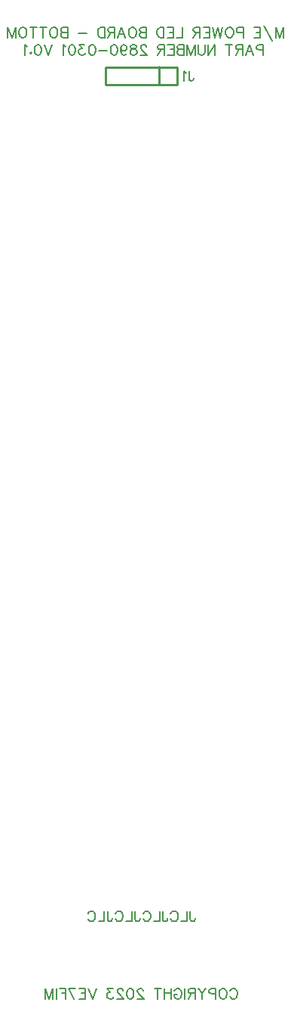
<source format=gbo>
G04 Layer: BottomSilkscreenLayer*
G04 EasyEDA v6.5.29, 2023-07-18 11:35:47*
G04 afcbc65135b8487390061542234f1994,5a6b42c53f6a479593ecc07194224c93,10*
G04 Gerber Generator version 0.2*
G04 Scale: 100 percent, Rotated: No, Reflected: No *
G04 Dimensions in millimeters *
G04 leading zeros omitted , absolute positions ,4 integer and 5 decimal *
%FSLAX45Y45*%
%MOMM*%

%ADD10C,0.2032*%
%ADD11C,0.1524*%
%ADD12C,0.2540*%

%LPD*%
D10*
X62682Y-3478260D02*
G01*
X68138Y-3467351D01*
X79047Y-3456442D01*
X89954Y-3450988D01*
X111772Y-3450988D01*
X122681Y-3456442D01*
X133591Y-3467351D01*
X139047Y-3478260D01*
X144500Y-3494623D01*
X144500Y-3521895D01*
X139047Y-3538260D01*
X133591Y-3549169D01*
X122681Y-3560079D01*
X111772Y-3565532D01*
X89954Y-3565532D01*
X79047Y-3560079D01*
X68138Y-3549169D01*
X62682Y-3538260D01*
X-6045Y-3450988D02*
G01*
X4864Y-3456442D01*
X15773Y-3467351D01*
X21229Y-3478260D01*
X26682Y-3494623D01*
X26682Y-3521895D01*
X21229Y-3538260D01*
X15773Y-3549169D01*
X4864Y-3560079D01*
X-6045Y-3565532D01*
X-27863Y-3565532D01*
X-38770Y-3560079D01*
X-49679Y-3549169D01*
X-55135Y-3538260D01*
X-60589Y-3521895D01*
X-60589Y-3494623D01*
X-55135Y-3478260D01*
X-49679Y-3467351D01*
X-38770Y-3456442D01*
X-27863Y-3450988D01*
X-6045Y-3450988D01*
X-96588Y-3450988D02*
G01*
X-96588Y-3565532D01*
X-96588Y-3450988D02*
G01*
X-145681Y-3450988D01*
X-162044Y-3456442D01*
X-167497Y-3461895D01*
X-172953Y-3472804D01*
X-172953Y-3489170D01*
X-167497Y-3500079D01*
X-162044Y-3505532D01*
X-145681Y-3510988D01*
X-96588Y-3510988D01*
X-208953Y-3450988D02*
G01*
X-252590Y-3505532D01*
X-252590Y-3565532D01*
X-296224Y-3450988D02*
G01*
X-252590Y-3505532D01*
X-332226Y-3450988D02*
G01*
X-332226Y-3565532D01*
X-332226Y-3450988D02*
G01*
X-381317Y-3450988D01*
X-397680Y-3456442D01*
X-403133Y-3461895D01*
X-408589Y-3472804D01*
X-408589Y-3483714D01*
X-403133Y-3494623D01*
X-397680Y-3500079D01*
X-381317Y-3505532D01*
X-332226Y-3505532D01*
X-370408Y-3505532D02*
G01*
X-408589Y-3565532D01*
X-444588Y-3450988D02*
G01*
X-444588Y-3565532D01*
X-562406Y-3478260D02*
G01*
X-556953Y-3467351D01*
X-546044Y-3456442D01*
X-535134Y-3450988D01*
X-513316Y-3450988D01*
X-502406Y-3456442D01*
X-491497Y-3467351D01*
X-486044Y-3478260D01*
X-480588Y-3494623D01*
X-480588Y-3521895D01*
X-486044Y-3538260D01*
X-491497Y-3549169D01*
X-502406Y-3560079D01*
X-513316Y-3565532D01*
X-535134Y-3565532D01*
X-546044Y-3560079D01*
X-556953Y-3549169D01*
X-562406Y-3538260D01*
X-562406Y-3521895D01*
X-535134Y-3521895D02*
G01*
X-562406Y-3521895D01*
X-598406Y-3450988D02*
G01*
X-598406Y-3565532D01*
X-674771Y-3450988D02*
G01*
X-674771Y-3565532D01*
X-598406Y-3505532D02*
G01*
X-674771Y-3505532D01*
X-748952Y-3450988D02*
G01*
X-748952Y-3565532D01*
X-710770Y-3450988D02*
G01*
X-787133Y-3450988D01*
X-912588Y-3478260D02*
G01*
X-912588Y-3472804D01*
X-918042Y-3461895D01*
X-923498Y-3456442D01*
X-934407Y-3450988D01*
X-956223Y-3450988D01*
X-967132Y-3456442D01*
X-972588Y-3461895D01*
X-978042Y-3472804D01*
X-978042Y-3483714D01*
X-972588Y-3494623D01*
X-961679Y-3510988D01*
X-907133Y-3565532D01*
X-983498Y-3565532D01*
X-1052225Y-3450988D02*
G01*
X-1035860Y-3456442D01*
X-1024950Y-3472804D01*
X-1019497Y-3500079D01*
X-1019497Y-3516442D01*
X-1024950Y-3543714D01*
X-1035860Y-3560079D01*
X-1052225Y-3565532D01*
X-1063132Y-3565532D01*
X-1079497Y-3560079D01*
X-1090406Y-3543714D01*
X-1095860Y-3516442D01*
X-1095860Y-3500079D01*
X-1090406Y-3472804D01*
X-1079497Y-3456442D01*
X-1063132Y-3450988D01*
X-1052225Y-3450988D01*
X-1137315Y-3478260D02*
G01*
X-1137315Y-3472804D01*
X-1142768Y-3461895D01*
X-1148224Y-3456442D01*
X-1159134Y-3450988D01*
X-1180950Y-3450988D01*
X-1191859Y-3456442D01*
X-1197315Y-3461895D01*
X-1202768Y-3472804D01*
X-1202768Y-3483714D01*
X-1197315Y-3494623D01*
X-1186406Y-3510988D01*
X-1131859Y-3565532D01*
X-1208224Y-3565532D01*
X-1255133Y-3450988D02*
G01*
X-1315133Y-3450988D01*
X-1282405Y-3494623D01*
X-1298768Y-3494623D01*
X-1309677Y-3500079D01*
X-1315133Y-3505532D01*
X-1320586Y-3521895D01*
X-1320586Y-3532804D01*
X-1315133Y-3549169D01*
X-1304223Y-3560079D01*
X-1287861Y-3565532D01*
X-1271496Y-3565532D01*
X-1255133Y-3560079D01*
X-1249677Y-3554623D01*
X-1244224Y-3543714D01*
X-1440586Y-3450988D02*
G01*
X-1484223Y-3565532D01*
X-1527860Y-3450988D02*
G01*
X-1484223Y-3565532D01*
X-1563860Y-3450988D02*
G01*
X-1563860Y-3565532D01*
X-1563860Y-3450988D02*
G01*
X-1634769Y-3450988D01*
X-1563860Y-3505532D02*
G01*
X-1607494Y-3505532D01*
X-1563860Y-3565532D02*
G01*
X-1634769Y-3565532D01*
X-1747131Y-3450988D02*
G01*
X-1692587Y-3565532D01*
X-1670768Y-3450988D02*
G01*
X-1747131Y-3450988D01*
X-1783130Y-3450988D02*
G01*
X-1783130Y-3565532D01*
X-1783130Y-3450988D02*
G01*
X-1854039Y-3450988D01*
X-1783130Y-3505532D02*
G01*
X-1826768Y-3505532D01*
X-1890041Y-3450988D02*
G01*
X-1890041Y-3565532D01*
X-1926041Y-3450988D02*
G01*
X-1926041Y-3565532D01*
X-1926041Y-3450988D02*
G01*
X-1969676Y-3565532D01*
X-2013313Y-3450988D02*
G01*
X-1969676Y-3565532D01*
X-2013313Y-3450988D02*
G01*
X-2013313Y-3565532D01*
X-384809Y-2583942D02*
G01*
X-384809Y-2671317D01*
X-379221Y-2687573D01*
X-373887Y-2693161D01*
X-362965Y-2698495D01*
X-352043Y-2698495D01*
X-341121Y-2693161D01*
X-335534Y-2687573D01*
X-330200Y-2671317D01*
X-330200Y-2660395D01*
X-420623Y-2583942D02*
G01*
X-420623Y-2698495D01*
X-420623Y-2698495D02*
G01*
X-486155Y-2698495D01*
X-604011Y-2611373D02*
G01*
X-598677Y-2600451D01*
X-587755Y-2589529D01*
X-576834Y-2583942D01*
X-554989Y-2583942D01*
X-544068Y-2589529D01*
X-533145Y-2600451D01*
X-527557Y-2611373D01*
X-522223Y-2627629D01*
X-522223Y-2654807D01*
X-527557Y-2671317D01*
X-533145Y-2682239D01*
X-544068Y-2693161D01*
X-554989Y-2698495D01*
X-576834Y-2698495D01*
X-587755Y-2693161D01*
X-598677Y-2682239D01*
X-604011Y-2671317D01*
X-694436Y-2583942D02*
G01*
X-694436Y-2671317D01*
X-689102Y-2687573D01*
X-683768Y-2693161D01*
X-672845Y-2698495D01*
X-661923Y-2698495D01*
X-651002Y-2693161D01*
X-645413Y-2687573D01*
X-640079Y-2671317D01*
X-640079Y-2660395D01*
X-730503Y-2583942D02*
G01*
X-730503Y-2698495D01*
X-730503Y-2698495D02*
G01*
X-796036Y-2698495D01*
X-913891Y-2611373D02*
G01*
X-908303Y-2600451D01*
X-897381Y-2589529D01*
X-886459Y-2583942D01*
X-864869Y-2583942D01*
X-853947Y-2589529D01*
X-843025Y-2600451D01*
X-837437Y-2611373D01*
X-832103Y-2627629D01*
X-832103Y-2654807D01*
X-837437Y-2671317D01*
X-843025Y-2682239D01*
X-853947Y-2693161D01*
X-864869Y-2698495D01*
X-886459Y-2698495D01*
X-897381Y-2693161D01*
X-908303Y-2682239D01*
X-913891Y-2671317D01*
X-1004315Y-2583942D02*
G01*
X-1004315Y-2671317D01*
X-998981Y-2687573D01*
X-993393Y-2693161D01*
X-982471Y-2698495D01*
X-971550Y-2698495D01*
X-960627Y-2693161D01*
X-955293Y-2687573D01*
X-949959Y-2671317D01*
X-949959Y-2660395D01*
X-1040384Y-2583942D02*
G01*
X-1040384Y-2698495D01*
X-1040384Y-2698495D02*
G01*
X-1105915Y-2698495D01*
X-1223771Y-2611373D02*
G01*
X-1218184Y-2600451D01*
X-1207261Y-2589529D01*
X-1196339Y-2583942D01*
X-1174495Y-2583942D01*
X-1163573Y-2589529D01*
X-1152652Y-2600451D01*
X-1147318Y-2611373D01*
X-1141729Y-2627629D01*
X-1141729Y-2654807D01*
X-1147318Y-2671317D01*
X-1152652Y-2682239D01*
X-1163573Y-2693161D01*
X-1174495Y-2698495D01*
X-1196339Y-2698495D01*
X-1207261Y-2693161D01*
X-1218184Y-2682239D01*
X-1223771Y-2671317D01*
X-1314195Y-2583942D02*
G01*
X-1314195Y-2671317D01*
X-1308861Y-2687573D01*
X-1303273Y-2693161D01*
X-1292352Y-2698495D01*
X-1281429Y-2698495D01*
X-1270507Y-2693161D01*
X-1265173Y-2687573D01*
X-1259586Y-2671317D01*
X-1259586Y-2660395D01*
X-1350263Y-2583942D02*
G01*
X-1350263Y-2698495D01*
X-1350263Y-2698495D02*
G01*
X-1415541Y-2698495D01*
X-1533397Y-2611373D02*
G01*
X-1528063Y-2600451D01*
X-1517141Y-2589529D01*
X-1506219Y-2583942D01*
X-1484375Y-2583942D01*
X-1473453Y-2589529D01*
X-1462531Y-2600451D01*
X-1457197Y-2611373D01*
X-1451609Y-2627629D01*
X-1451609Y-2654807D01*
X-1457197Y-2671317D01*
X-1462531Y-2682239D01*
X-1473453Y-2693161D01*
X-1484375Y-2698495D01*
X-1506219Y-2698495D01*
X-1517141Y-2693161D01*
X-1528063Y-2682239D01*
X-1533397Y-2671317D01*
X660400Y7309289D02*
G01*
X660400Y7194745D01*
X660400Y7309289D02*
G01*
X616762Y7194745D01*
X573128Y7309289D02*
G01*
X616762Y7194745D01*
X573128Y7309289D02*
G01*
X573128Y7194745D01*
X438945Y7331108D02*
G01*
X537128Y7156564D01*
X402945Y7309289D02*
G01*
X402945Y7194745D01*
X402945Y7309289D02*
G01*
X332036Y7309289D01*
X402945Y7254745D02*
G01*
X359310Y7254745D01*
X402945Y7194745D02*
G01*
X332036Y7194745D01*
X212036Y7309289D02*
G01*
X212036Y7194745D01*
X212036Y7309289D02*
G01*
X162946Y7309289D01*
X146583Y7303836D01*
X141127Y7298382D01*
X135674Y7287473D01*
X135674Y7271108D01*
X141127Y7260198D01*
X146583Y7254745D01*
X162946Y7249289D01*
X212036Y7249289D01*
X66946Y7309289D02*
G01*
X77856Y7303836D01*
X88765Y7292926D01*
X94218Y7282017D01*
X99674Y7265654D01*
X99674Y7238382D01*
X94218Y7222017D01*
X88765Y7211108D01*
X77856Y7200198D01*
X66946Y7194745D01*
X45128Y7194745D01*
X34218Y7200198D01*
X23309Y7211108D01*
X17856Y7222017D01*
X12400Y7238382D01*
X12400Y7265654D01*
X17856Y7282017D01*
X23309Y7292926D01*
X34218Y7303836D01*
X45128Y7309289D01*
X66946Y7309289D01*
X-23599Y7309289D02*
G01*
X-50871Y7194745D01*
X-78143Y7309289D02*
G01*
X-50871Y7194745D01*
X-78143Y7309289D02*
G01*
X-105417Y7194745D01*
X-132689Y7309289D02*
G01*
X-105417Y7194745D01*
X-168689Y7309289D02*
G01*
X-168689Y7194745D01*
X-168689Y7309289D02*
G01*
X-239598Y7309289D01*
X-168689Y7254745D02*
G01*
X-212326Y7254745D01*
X-168689Y7194745D02*
G01*
X-239598Y7194745D01*
X-275597Y7309289D02*
G01*
X-275597Y7194745D01*
X-275597Y7309289D02*
G01*
X-324688Y7309289D01*
X-341053Y7303836D01*
X-346506Y7298382D01*
X-351962Y7287473D01*
X-351962Y7276564D01*
X-346506Y7265654D01*
X-341053Y7260198D01*
X-324688Y7254745D01*
X-275597Y7254745D01*
X-313778Y7254745D02*
G01*
X-351962Y7194745D01*
X-471962Y7309289D02*
G01*
X-471962Y7194745D01*
X-471962Y7194745D02*
G01*
X-537415Y7194745D01*
X-573415Y7309289D02*
G01*
X-573415Y7194745D01*
X-573415Y7309289D02*
G01*
X-644324Y7309289D01*
X-573415Y7254745D02*
G01*
X-617052Y7254745D01*
X-573415Y7194745D02*
G01*
X-644324Y7194745D01*
X-680323Y7309289D02*
G01*
X-680323Y7194745D01*
X-680323Y7309289D02*
G01*
X-718507Y7309289D01*
X-734870Y7303836D01*
X-745779Y7292926D01*
X-751232Y7282017D01*
X-756688Y7265654D01*
X-756688Y7238382D01*
X-751232Y7222017D01*
X-745779Y7211108D01*
X-734870Y7200198D01*
X-718507Y7194745D01*
X-680323Y7194745D01*
X-876688Y7309289D02*
G01*
X-876688Y7194745D01*
X-876688Y7309289D02*
G01*
X-925779Y7309289D01*
X-942141Y7303836D01*
X-947597Y7298382D01*
X-953051Y7287473D01*
X-953051Y7276564D01*
X-947597Y7265654D01*
X-942141Y7260198D01*
X-925779Y7254745D01*
X-876688Y7254745D02*
G01*
X-925779Y7254745D01*
X-942141Y7249289D01*
X-947597Y7243836D01*
X-953051Y7232926D01*
X-953051Y7216564D01*
X-947597Y7205654D01*
X-942141Y7200198D01*
X-925779Y7194745D01*
X-876688Y7194745D01*
X-1021778Y7309289D02*
G01*
X-1010869Y7303836D01*
X-999959Y7292926D01*
X-994506Y7282017D01*
X-989050Y7265654D01*
X-989050Y7238382D01*
X-994506Y7222017D01*
X-999959Y7211108D01*
X-1010869Y7200198D01*
X-1021778Y7194745D01*
X-1043597Y7194745D01*
X-1054506Y7200198D01*
X-1065415Y7211108D01*
X-1070869Y7222017D01*
X-1076325Y7238382D01*
X-1076325Y7265654D01*
X-1070869Y7282017D01*
X-1065415Y7292926D01*
X-1054506Y7303836D01*
X-1043597Y7309289D01*
X-1021778Y7309289D01*
X-1155959Y7309289D02*
G01*
X-1112324Y7194745D01*
X-1155959Y7309289D02*
G01*
X-1199596Y7194745D01*
X-1128687Y7232926D02*
G01*
X-1183233Y7232926D01*
X-1235595Y7309289D02*
G01*
X-1235595Y7194745D01*
X-1235595Y7309289D02*
G01*
X-1284686Y7309289D01*
X-1301051Y7303836D01*
X-1306504Y7298382D01*
X-1311960Y7287473D01*
X-1311960Y7276564D01*
X-1306504Y7265654D01*
X-1301051Y7260198D01*
X-1284686Y7254745D01*
X-1235595Y7254745D01*
X-1273776Y7254745D02*
G01*
X-1311960Y7194745D01*
X-1347960Y7309289D02*
G01*
X-1347960Y7194745D01*
X-1347960Y7309289D02*
G01*
X-1386141Y7309289D01*
X-1402504Y7303836D01*
X-1413413Y7292926D01*
X-1418869Y7282017D01*
X-1424322Y7265654D01*
X-1424322Y7238382D01*
X-1418869Y7222017D01*
X-1413413Y7211108D01*
X-1402504Y7200198D01*
X-1386141Y7194745D01*
X-1347960Y7194745D01*
X-1544322Y7243836D02*
G01*
X-1642503Y7243836D01*
X-1762503Y7309289D02*
G01*
X-1762503Y7194745D01*
X-1762503Y7309289D02*
G01*
X-1811594Y7309289D01*
X-1827959Y7303836D01*
X-1833412Y7298382D01*
X-1838868Y7287473D01*
X-1838868Y7276564D01*
X-1833412Y7265654D01*
X-1827959Y7260198D01*
X-1811594Y7254745D01*
X-1762503Y7254745D02*
G01*
X-1811594Y7254745D01*
X-1827959Y7249289D01*
X-1833412Y7243836D01*
X-1838868Y7232926D01*
X-1838868Y7216564D01*
X-1833412Y7205654D01*
X-1827959Y7200198D01*
X-1811594Y7194745D01*
X-1762503Y7194745D01*
X-1907595Y7309289D02*
G01*
X-1896686Y7303836D01*
X-1885777Y7292926D01*
X-1880321Y7282017D01*
X-1874867Y7265654D01*
X-1874867Y7238382D01*
X-1880321Y7222017D01*
X-1885777Y7211108D01*
X-1896686Y7200198D01*
X-1907595Y7194745D01*
X-1929411Y7194745D01*
X-1940321Y7200198D01*
X-1951230Y7211108D01*
X-1956686Y7222017D01*
X-1962139Y7238382D01*
X-1962139Y7265654D01*
X-1956686Y7282017D01*
X-1951230Y7292926D01*
X-1940321Y7303836D01*
X-1929411Y7309289D01*
X-1907595Y7309289D01*
X-2036323Y7309289D02*
G01*
X-2036323Y7194745D01*
X-1998139Y7309289D02*
G01*
X-2074504Y7309289D01*
X-2148685Y7309289D02*
G01*
X-2148685Y7194745D01*
X-2110503Y7309289D02*
G01*
X-2186866Y7309289D01*
X-2255593Y7309289D02*
G01*
X-2244684Y7303836D01*
X-2233775Y7292926D01*
X-2228321Y7282017D01*
X-2222865Y7265654D01*
X-2222865Y7238382D01*
X-2228321Y7222017D01*
X-2233775Y7211108D01*
X-2244684Y7200198D01*
X-2255593Y7194745D01*
X-2277412Y7194745D01*
X-2288321Y7200198D01*
X-2299230Y7211108D01*
X-2304684Y7222017D01*
X-2310140Y7238382D01*
X-2310140Y7265654D01*
X-2304684Y7282017D01*
X-2299230Y7292926D01*
X-2288321Y7303836D01*
X-2277412Y7309289D01*
X-2255593Y7309289D01*
X-2346139Y7309289D02*
G01*
X-2346139Y7194745D01*
X-2346139Y7309289D02*
G01*
X-2389776Y7194745D01*
X-2433411Y7309289D02*
G01*
X-2389776Y7194745D01*
X-2433411Y7309289D02*
G01*
X-2433411Y7194745D01*
X436600Y7115411D02*
G01*
X436600Y7000867D01*
X436600Y7115411D02*
G01*
X387510Y7115411D01*
X371147Y7109957D01*
X365691Y7104504D01*
X360238Y7093595D01*
X360238Y7077229D01*
X365691Y7066321D01*
X371147Y7060867D01*
X387510Y7055411D01*
X436600Y7055411D01*
X280600Y7115411D02*
G01*
X324236Y7000867D01*
X280600Y7115411D02*
G01*
X236964Y7000867D01*
X307873Y7039048D02*
G01*
X253329Y7039048D01*
X200964Y7115411D02*
G01*
X200964Y7000867D01*
X200964Y7115411D02*
G01*
X151874Y7115411D01*
X135511Y7109957D01*
X130055Y7104504D01*
X124601Y7093595D01*
X124601Y7082685D01*
X130055Y7071776D01*
X135511Y7066321D01*
X151874Y7060867D01*
X200964Y7060867D01*
X162783Y7060867D02*
G01*
X124601Y7000867D01*
X50419Y7115411D02*
G01*
X50419Y7000867D01*
X88601Y7115411D02*
G01*
X12237Y7115411D01*
X-107762Y7115411D02*
G01*
X-107762Y7000867D01*
X-107762Y7115411D02*
G01*
X-184124Y7000867D01*
X-184124Y7115411D02*
G01*
X-184124Y7000867D01*
X-220126Y7115411D02*
G01*
X-220126Y7033595D01*
X-225579Y7017230D01*
X-236489Y7006321D01*
X-252851Y7000867D01*
X-263761Y7000867D01*
X-280126Y7006321D01*
X-291033Y7017230D01*
X-296489Y7033595D01*
X-296489Y7115411D01*
X-332488Y7115411D02*
G01*
X-332488Y7000867D01*
X-332488Y7115411D02*
G01*
X-376125Y7000867D01*
X-419760Y7115411D02*
G01*
X-376125Y7000867D01*
X-419760Y7115411D02*
G01*
X-419760Y7000867D01*
X-455762Y7115411D02*
G01*
X-455762Y7000867D01*
X-455762Y7115411D02*
G01*
X-504852Y7115411D01*
X-521215Y7109957D01*
X-526668Y7104504D01*
X-532124Y7093595D01*
X-532124Y7082685D01*
X-526668Y7071776D01*
X-521215Y7066321D01*
X-504852Y7060867D01*
X-455762Y7060867D02*
G01*
X-504852Y7060867D01*
X-521215Y7055411D01*
X-526668Y7049957D01*
X-532124Y7039048D01*
X-532124Y7022685D01*
X-526668Y7011776D01*
X-521215Y7006321D01*
X-504852Y7000867D01*
X-455762Y7000867D01*
X-568124Y7115411D02*
G01*
X-568124Y7000867D01*
X-568124Y7115411D02*
G01*
X-639033Y7115411D01*
X-568124Y7060867D02*
G01*
X-611761Y7060867D01*
X-568124Y7000867D02*
G01*
X-639033Y7000867D01*
X-675032Y7115411D02*
G01*
X-675032Y7000867D01*
X-675032Y7115411D02*
G01*
X-724123Y7115411D01*
X-740488Y7109957D01*
X-745942Y7104504D01*
X-751398Y7093595D01*
X-751398Y7082685D01*
X-745942Y7071776D01*
X-740488Y7066321D01*
X-724123Y7060867D01*
X-675032Y7060867D01*
X-713214Y7060867D02*
G01*
X-751398Y7000867D01*
X-876851Y7088139D02*
G01*
X-876851Y7093595D01*
X-882307Y7104504D01*
X-887760Y7109957D01*
X-898669Y7115411D01*
X-920488Y7115411D01*
X-931397Y7109957D01*
X-936851Y7104504D01*
X-942306Y7093595D01*
X-942306Y7082685D01*
X-936851Y7071776D01*
X-925941Y7055411D01*
X-871397Y7000867D01*
X-947760Y7000867D01*
X-1011031Y7115411D02*
G01*
X-994669Y7109957D01*
X-989215Y7099048D01*
X-989215Y7088139D01*
X-994669Y7077229D01*
X-1005578Y7071776D01*
X-1027396Y7066321D01*
X-1043759Y7060867D01*
X-1054668Y7049957D01*
X-1060124Y7039048D01*
X-1060124Y7022685D01*
X-1054668Y7011776D01*
X-1049215Y7006321D01*
X-1032850Y7000867D01*
X-1011031Y7000867D01*
X-994669Y7006321D01*
X-989215Y7011776D01*
X-983759Y7022685D01*
X-983759Y7039048D01*
X-989215Y7049957D01*
X-1000125Y7060867D01*
X-1016487Y7066321D01*
X-1038306Y7071776D01*
X-1049215Y7077229D01*
X-1054668Y7088139D01*
X-1054668Y7099048D01*
X-1049215Y7109957D01*
X-1032850Y7115411D01*
X-1011031Y7115411D01*
X-1167033Y7077229D02*
G01*
X-1161577Y7060867D01*
X-1150668Y7049957D01*
X-1134305Y7044504D01*
X-1128849Y7044504D01*
X-1112486Y7049957D01*
X-1101577Y7060867D01*
X-1096124Y7077229D01*
X-1096124Y7082685D01*
X-1101577Y7099048D01*
X-1112486Y7109957D01*
X-1128849Y7115411D01*
X-1134305Y7115411D01*
X-1150668Y7109957D01*
X-1161577Y7099048D01*
X-1167033Y7077229D01*
X-1167033Y7049957D01*
X-1161577Y7022685D01*
X-1150668Y7006321D01*
X-1134305Y7000867D01*
X-1123396Y7000867D01*
X-1107033Y7006321D01*
X-1101577Y7017230D01*
X-1235760Y7115411D02*
G01*
X-1219395Y7109957D01*
X-1208486Y7093595D01*
X-1203032Y7066321D01*
X-1203032Y7049957D01*
X-1208486Y7022685D01*
X-1219395Y7006321D01*
X-1235760Y7000867D01*
X-1246667Y7000867D01*
X-1263032Y7006321D01*
X-1273942Y7022685D01*
X-1279395Y7049957D01*
X-1279395Y7066321D01*
X-1273942Y7093595D01*
X-1263032Y7109957D01*
X-1246667Y7115411D01*
X-1235760Y7115411D01*
X-1315394Y7049957D02*
G01*
X-1413578Y7049957D01*
X-1482305Y7115411D02*
G01*
X-1465940Y7109957D01*
X-1455031Y7093595D01*
X-1449577Y7066321D01*
X-1449577Y7049957D01*
X-1455031Y7022685D01*
X-1465940Y7006321D01*
X-1482305Y7000867D01*
X-1493212Y7000867D01*
X-1509577Y7006321D01*
X-1520487Y7022685D01*
X-1525940Y7049957D01*
X-1525940Y7066321D01*
X-1520487Y7093595D01*
X-1509577Y7109957D01*
X-1493212Y7115411D01*
X-1482305Y7115411D01*
X-1572849Y7115411D02*
G01*
X-1632849Y7115411D01*
X-1600123Y7071776D01*
X-1616486Y7071776D01*
X-1627395Y7066321D01*
X-1632849Y7060867D01*
X-1638305Y7044504D01*
X-1638305Y7033595D01*
X-1632849Y7017230D01*
X-1621939Y7006321D01*
X-1605577Y7000867D01*
X-1589214Y7000867D01*
X-1572849Y7006321D01*
X-1567395Y7011776D01*
X-1561939Y7022685D01*
X-1707032Y7115411D02*
G01*
X-1690667Y7109957D01*
X-1679757Y7093595D01*
X-1674304Y7066321D01*
X-1674304Y7049957D01*
X-1679757Y7022685D01*
X-1690667Y7006321D01*
X-1707032Y7000867D01*
X-1717941Y7000867D01*
X-1734304Y7006321D01*
X-1745213Y7022685D01*
X-1750667Y7049957D01*
X-1750667Y7066321D01*
X-1745213Y7093595D01*
X-1734304Y7109957D01*
X-1717941Y7115411D01*
X-1707032Y7115411D01*
X-1786666Y7093595D02*
G01*
X-1797575Y7099048D01*
X-1813940Y7115411D01*
X-1813940Y7000867D01*
X-1933940Y7115411D02*
G01*
X-1977575Y7000867D01*
X-2021212Y7115411D02*
G01*
X-1977575Y7000867D01*
X-2089939Y7115411D02*
G01*
X-2073577Y7109957D01*
X-2062667Y7093595D01*
X-2057212Y7066321D01*
X-2057212Y7049957D01*
X-2062667Y7022685D01*
X-2073577Y7006321D01*
X-2089939Y7000867D01*
X-2100849Y7000867D01*
X-2117211Y7006321D01*
X-2128121Y7022685D01*
X-2133577Y7049957D01*
X-2133577Y7066321D01*
X-2128121Y7093595D01*
X-2117211Y7109957D01*
X-2100849Y7115411D01*
X-2089939Y7115411D01*
X-2175029Y7028139D02*
G01*
X-2169576Y7022685D01*
X-2175029Y7017230D01*
X-2180485Y7022685D01*
X-2175029Y7028139D01*
X-2216485Y7093595D02*
G01*
X-2227394Y7099048D01*
X-2243757Y7115411D01*
X-2243757Y7000867D01*
D11*
X-397954Y6817560D02*
G01*
X-397954Y6734434D01*
X-392757Y6718846D01*
X-387563Y6713651D01*
X-377172Y6708457D01*
X-366781Y6708457D01*
X-356389Y6713651D01*
X-351193Y6718846D01*
X-345998Y6734434D01*
X-345998Y6744825D01*
X-432244Y6796778D02*
G01*
X-442633Y6801975D01*
X-458221Y6817560D01*
X-458221Y6708457D01*
D12*
X-738098Y6867321D02*
G01*
X-738098Y6676821D01*
X-535000Y6865721D02*
G01*
X-1334998Y6865721D01*
X-1334998Y6665722D01*
X-535000Y6665722D01*
X-535000Y6865721D01*
M02*

</source>
